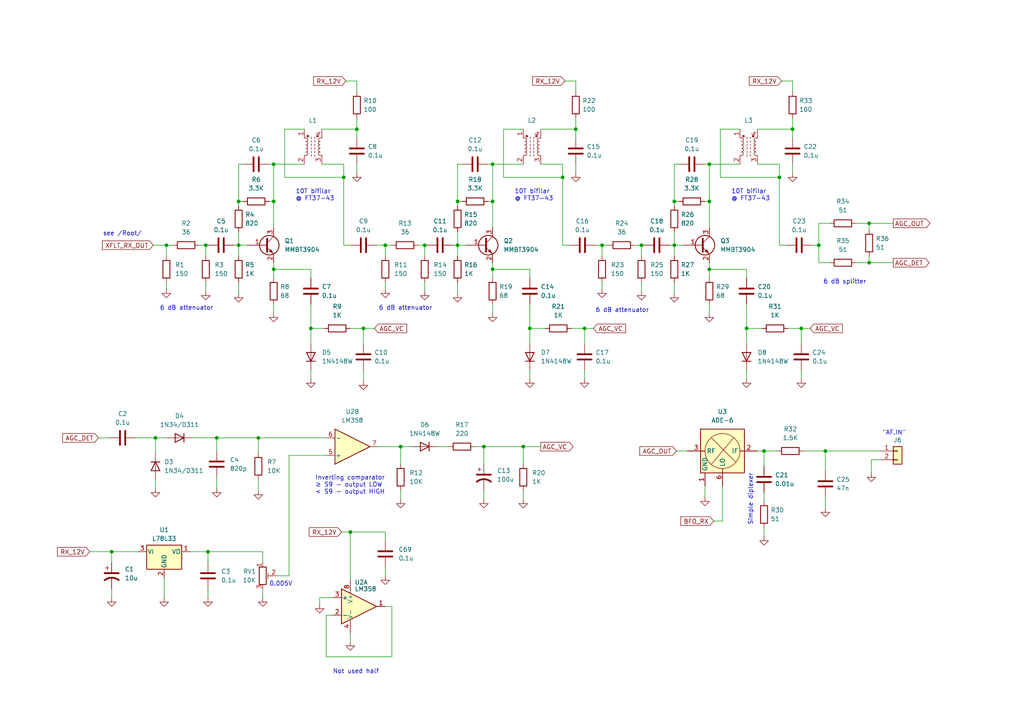
<source format=kicad_sch>
(kicad_sch (version 20230121) (generator eeschema)
  (paper "A4")
  (title_block (title "HBR/MK2 RXTX Board") (date "2024-02-03") (rev "1.0"))
  (lib_symbols
    (symbol "Amplifier_Operational:LM358" (pin_names (offset 0.127))
      (property "Reference" "U" (at 0 5.08 0))
      (property "Value" "LM358" (at 0 -5.08 0))
      (symbol "LM358_1_1"
        (pin output line (at 7.62 0 180) (length 2.54) (name "~") (number "1"))
        (pin input line (at -7.62 -2.54 0) (length 2.54) (name "-") (number "2"))
        (pin input line (at -7.62 2.54 0) (length 2.54) (name "+") (number "3"))
      )
      (symbol "LM358_2_1"
        (pin input line (at -7.62 2.54 0) (length 2.54) (name "+") (number "5"))
        (pin input line (at -7.62 -2.54 0) (length 2.54) (name "-") (number "6"))
        (pin output line (at 7.62 0 180) (length 2.54) (name "~") (number "7"))
      )
      (symbol "LM358_3_1"
        (pin power_in line (at -2.54 -7.62 90) (length 3.81) (name "V-") (number "4"))
        (pin power_in line (at -2.54 7.62 270) (length 3.81) (name "V+") (number "8"))
      )
    )
    (symbol "Connector_Generic:Conn_01x02" (pin_names (offset 1.016) hide)
      (property "Reference" "J" (at 0 2.54 0))
      (property "Value" "Conn_01x02" (at 0 -5.08 0))
      (symbol "Conn_01x02_1_1"
        (pin passive line (at -5.08 0 0) (length 3.81) (name "Pin_1") (number "1"))
        (pin passive line (at -5.08 -2.54 0) (length 3.81) (name "Pin_2") (number "2"))
      )
    )
    (symbol "Device:C" (pin_numbers hide) (pin_names (offset 0.254))
      (property "Reference" "C" (at 0.635 2.54 0))
      (property "Value" "C" (at 0.635 -2.54 0))
      (symbol "C_1_1"
        (pin passive line (at 0 3.81 270) (length 2.794) (name "~") (number "1"))
        (pin passive line (at 0 -3.81 90) (length 2.794) (name "~") (number "2"))
      )
    )
    (symbol "Device:C_Polarized_US" (pin_numbers hide) (pin_names (offset 0.254) hide)
      (property "Reference" "C" (at 0.635 2.54 0))
      (property "Value" "C_Polarized_US" (at 0.635 -2.54 0))
      (symbol "C_Polarized_US_1_1"
        (pin passive line (at 0 3.81 270) (length 2.794) (name "~") (number "1"))
        (pin passive line (at 0 -3.81 90) (length 3.302) (name "~") (number "2"))
      )
    )
    (symbol "Device:D" (pin_numbers hide) (pin_names (offset 1.016) hide)
      (property "Reference" "D" (at 0 2.54 0))
      (property "Value" "D" (at 0 -2.54 0))
      (symbol "D_1_1"
        (pin passive line (at -3.81 0 0) (length 2.54) (name "K") (number "1"))
        (pin passive line (at 3.81 0 180) (length 2.54) (name "A") (number "2"))
      )
    )
    (symbol "Device:L_Ferrite_Coupled_1243" (pin_names (offset 0.254) hide)
      (property "Reference" "L" (at 0 4.445 0))
      (property "Value" "L_Ferrite_Coupled_1243" (at 0 -4.445 0))
      (symbol "L_Ferrite_Coupled_1243_1_1"
        (pin passive line (at -5.08 2.54 0) (length 2.54) (name "1") (number "1"))
        (pin passive line (at 5.08 2.54 180) (length 2.54) (name "2") (number "2"))
        (pin passive line (at 5.08 -2.54 180) (length 2.54) (name "3") (number "3"))
        (pin passive line (at -5.08 -2.54 0) (length 2.54) (name "4") (number "4"))
      )
    )
    (symbol "Device:R" (pin_numbers hide) (pin_names (offset 0))
      (property "Reference" "R" (at 2.032 0 90))
      (property "Value" "R" (at 0 0 90))
      (symbol "R_1_1"
        (pin passive line (at 0 3.81 270) (length 1.27) (name "~") (number "1"))
        (pin passive line (at 0 -3.81 90) (length 1.27) (name "~") (number "2"))
      )
    )
    (symbol "Device:R_Potentiometer_Trim" (pin_names (offset 1.016) hide)
      (property "Reference" "RV" (at -4.445 0 90))
      (property "Value" "R_Potentiometer_Trim" (at -2.54 0 90))
      (symbol "R_Potentiometer_Trim_1_1"
        (pin passive line (at 0 3.81 270) (length 1.27) (name "1") (number "1"))
        (pin passive line (at 3.81 0 180) (length 1.27) (name "2") (number "2"))
        (pin passive line (at 0 -3.81 90) (length 1.27) (name "3") (number "3"))
      )
    )
    (symbol "Diode:1N4148W" (pin_numbers hide) (pin_names hide)
      (property "Reference" "D" (at 0 2.54 0))
      (property "Value" "1N4148W" (at 0 -2.54 0))
      (symbol "1N4148W_1_1"
        (pin passive line (at -3.81 0 0) (length 2.54) (name "K") (number "1"))
        (pin passive line (at 3.81 0 180) (length 2.54) (name "A") (number "2"))
      )
    )
    (symbol "RF_Mixer:ADE-6"
      (property "Reference" "U" (at -6.35 7.62 0))
      (property "Value" "ADE-6" (at 6.35 7.62 0))
      (symbol "ADE-6_1_1"
        (pin power_in line (at -5.08 -10.16 90) (length 3.81) (name "GND") (number "1"))
        (pin output line (at 10.16 0 180) (length 5.08) (name "IF") (number "2"))
        (pin input line (at -10.16 0 0) (length 5.08) (name "RF") (number "3"))
        (pin passive line (at -5.08 -10.16 90) (length 3.81) hide (name "GND") (number "4"))
        (pin passive line (at -5.08 -10.16 90) (length 3.81) hide (name "GND") (number "5"))
        (pin input line (at 0 -10.16 90) (length 5.08) (name "LO") (number "6"))
      )
    )
    (symbol "Regulator_Linear:L78L33_TO92" (pin_names (offset 0.254))
      (property "Reference" "U" (at -3.81 3.175 0))
      (property "Value" "L78L33_TO92" (at 0 3.175 0))
      (symbol "L78L33_TO92_1_1"
        (pin power_out line (at 7.62 0 180) (length 2.54) (name "VO") (number "1"))
        (pin power_in line (at 0 -7.62 90) (length 2.54) (name "GND") (number "2"))
        (pin power_in line (at -7.62 0 0) (length 2.54) (name "VI") (number "3"))
      )
    )
    (symbol "Transistor_BJT:MMBT3904" (pin_names (offset 0) hide)
      (property "Reference" "Q" (at 5.08 1.905 0))
      (property "Value" "MMBT3904" (at 5.08 0 0))
      (symbol "MMBT3904_1_1"
        (pin input line (at -5.08 0 0) (length 5.715) (name "B") (number "1"))
        (pin passive line (at 2.54 -5.08 90) (length 2.54) (name "E") (number "2"))
        (pin passive line (at 2.54 5.08 270) (length 2.54) (name "C") (number "3"))
      )
    )
    (symbol "power:GND" (power) (pin_names (offset 0))
      (property "Value" "GND" (at 0 -3.81 0))
      (symbol "GND_1_1"
        (pin power_in line (at 0 0 270) (length 0) hide (name "GND") (number "1"))
      )
    )
  )
  (junction (at 239.395 130.81))
  (junction (at 151.765 129.54))
  (junction (at 105.41 95.25))
  (junction (at 62.865 127))
  (junction (at 99.695 51.435))
  (junction (at 142.875 58.42))
  (junction (at 69.215 58.42))
  (junction (at 132.715 58.42))
  (junction (at 140.335 129.54))
  (junction (at 142.875 78.105))
  (junction (at 174.625 71.12))
  (junction (at 132.715 71.12))
  (junction (at 79.375 58.42))
  (junction (at 60.325 160.02))
  (junction (at 48.26 71.12))
  (junction (at 101.6 154.305))
  (junction (at 252.095 76.2))
  (junction (at 116.205 129.54))
  (junction (at 221.615 130.81))
  (junction (at 111.76 71.12))
  (junction (at 123.19 71.12))
  (junction (at 167.005 37.465))
  (junction (at 153.67 95.25))
  (junction (at 195.58 71.12))
  (junction (at 79.375 47.625))
  (junction (at 205.74 78.105))
  (junction (at 59.69 71.12))
  (junction (at 216.535 95.25))
  (junction (at 205.74 58.42))
  (junction (at 163.195 51.435))
  (junction (at 103.505 37.465))
  (junction (at 229.87 37.465))
  (junction (at 32.385 160.02))
  (junction (at 232.41 95.25))
  (junction (at 142.875 47.625))
  (junction (at 186.055 71.12))
  (junction (at 195.58 58.42))
  (junction (at 237.49 71.12))
  (junction (at 252.095 64.77))
  (junction (at 169.545 95.25))
  (junction (at 205.74 47.625))
  (junction (at 74.93 127))
  (junction (at 226.06 51.435))
  (junction (at 69.215 71.12))
  (junction (at 45.085 127))
  (junction (at 79.375 78.105))
  (junction (at 90.17 95.25))
  (wire (pts (xy 80.01 167.005) (xy 83.82 167.005)))
  (wire (pts (xy 156.845 37.465) (xy 167.005 37.465)))
  (wire (pts (xy 74.93 139.065) (xy 74.93 142.24)))
  (wire (pts (xy 169.545 99.695) (xy 169.545 95.25)))
  (wire (pts (xy 131.445 71.12) (xy 132.715 71.12)))
  (wire (pts (xy 32.385 160.02) (xy 40.005 160.02)))
  (wire (pts (xy 204.47 58.42) (xy 205.74 58.42)))
  (wire (pts (xy 153.67 95.25) (xy 158.115 95.25)))
  (wire (pts (xy 121.285 71.12) (xy 123.19 71.12)))
  (wire (pts (xy 103.505 34.29) (xy 103.505 37.465)))
  (wire (pts (xy 237.49 71.12) (xy 237.49 64.77)))
  (wire (pts (xy 221.615 130.81) (xy 221.615 135.255)))
  (wire (pts (xy 116.205 142.24) (xy 116.205 144.78)))
  (wire (pts (xy 146.05 51.435) (xy 163.195 51.435)))
  (wire (pts (xy 156.845 47.625) (xy 163.195 47.625)))
  (wire (pts (xy 229.87 34.29) (xy 229.87 37.465)))
  (wire (pts (xy 184.15 71.12) (xy 186.055 71.12)))
  (wire (pts (xy 163.195 71.12) (xy 165.1 71.12)))
  (wire (pts (xy 221.615 153.035) (xy 221.615 155.575)))
  (wire (pts (xy 142.875 78.105) (xy 153.67 78.105)))
  (wire (pts (xy 109.22 71.12) (xy 111.76 71.12)))
  (wire (pts (xy 163.83 23.495) (xy 167.005 23.495)))
  (wire (pts (xy 92.71 175.26) (xy 92.71 173.355)))
  (wire (pts (xy 69.215 58.42) (xy 69.215 47.625)))
  (wire (pts (xy 96.52 178.435) (xy 94.615 178.435)))
  (wire (pts (xy 219.71 47.625) (xy 226.06 47.625)))
  (wire (pts (xy 216.535 88.265) (xy 216.535 95.25)))
  (wire (pts (xy 111.76 81.915) (xy 111.76 83.82)))
  (wire (pts (xy 216.535 95.25) (xy 220.98 95.25)))
  (wire (pts (xy 142.875 78.105) (xy 142.875 80.645)))
  (wire (pts (xy 76.2 170.815) (xy 76.2 173.355)))
  (wire (pts (xy 207.01 151.13) (xy 209.55 151.13)))
  (wire (pts (xy 233.045 130.81) (xy 239.395 130.81)))
  (wire (pts (xy 132.715 71.12) (xy 135.255 71.12)))
  (wire (pts (xy 82.55 51.435) (xy 99.695 51.435)))
  (wire (pts (xy 195.58 81.915) (xy 195.58 85.09)))
  (wire (pts (xy 151.765 129.54) (xy 151.765 134.62)))
  (wire (pts (xy 69.215 58.42) (xy 69.215 59.69)))
  (wire (pts (xy 48.26 71.12) (xy 48.26 74.295)))
  (wire (pts (xy 142.875 58.42) (xy 142.875 66.04)))
  (wire (pts (xy 228.6 95.25) (xy 232.41 95.25)))
  (wire (pts (xy 142.875 88.265) (xy 142.875 90.805)))
  (wire (pts (xy 28.575 127) (xy 31.75 127)))
  (wire (pts (xy 205.74 58.42) (xy 205.74 66.04)))
  (wire (pts (xy 92.71 173.355) (xy 96.52 173.355)))
  (wire (pts (xy 133.985 58.42) (xy 132.715 58.42)))
  (wire (pts (xy 141.605 58.42) (xy 142.875 58.42)))
  (wire (pts (xy 69.215 81.915) (xy 69.215 85.09)))
  (wire (pts (xy 163.195 51.435) (xy 163.195 71.12)))
  (wire (pts (xy 248.285 76.2) (xy 252.095 76.2)))
  (wire (pts (xy 60.325 160.02) (xy 60.325 163.195)))
  (wire (pts (xy 221.615 142.875) (xy 221.615 145.415)))
  (wire (pts (xy 79.375 78.105) (xy 79.375 80.645)))
  (wire (pts (xy 99.695 71.12) (xy 101.6 71.12)))
  (wire (pts (xy 195.58 58.42) (xy 195.58 47.625)))
  (wire (pts (xy 101.6 154.305) (xy 101.6 168.275)))
  (wire (pts (xy 205.74 88.265) (xy 205.74 90.805)))
  (wire (pts (xy 123.19 81.915) (xy 123.19 84.455)))
  (wire (pts (xy 219.71 37.465) (xy 229.87 37.465)))
  (wire (pts (xy 111.76 154.305) (xy 101.6 154.305)))
  (wire (pts (xy 196.85 58.42) (xy 195.58 58.42)))
  (wire (pts (xy 232.41 107.315) (xy 232.41 109.855)))
  (wire (pts (xy 132.715 58.42) (xy 132.715 59.69)))
  (wire (pts (xy 151.765 129.54) (xy 156.845 129.54)))
  (wire (pts (xy 216.535 95.25) (xy 216.535 99.695)))
  (wire (pts (xy 79.375 78.105) (xy 90.17 78.105)))
  (wire (pts (xy 208.915 37.465) (xy 214.63 37.465)))
  (wire (pts (xy 195.58 58.42) (xy 195.58 59.69)))
  (wire (pts (xy 90.17 78.105) (xy 90.17 80.645)))
  (wire (pts (xy 105.41 95.25) (xy 108.585 95.25)))
  (wire (pts (xy 109.855 129.54) (xy 116.205 129.54)))
  (wire (pts (xy 113.665 175.895) (xy 111.76 175.895)))
  (wire (pts (xy 252.73 133.35) (xy 255.27 133.35)))
  (wire (pts (xy 174.625 81.915) (xy 174.625 83.82)))
  (wire (pts (xy 111.76 156.845) (xy 111.76 154.305)))
  (wire (pts (xy 60.325 170.815) (xy 60.325 173.355)))
  (wire (pts (xy 79.375 58.42) (xy 79.375 66.04)))
  (wire (pts (xy 146.05 37.465) (xy 151.765 37.465)))
  (wire (pts (xy 45.085 127) (xy 48.26 127)))
  (wire (pts (xy 226.06 51.435) (xy 226.06 71.12)))
  (wire (pts (xy 132.715 67.31) (xy 132.715 71.12)))
  (wire (pts (xy 216.535 107.315) (xy 216.535 109.855)))
  (wire (pts (xy 67.945 71.12) (xy 69.215 71.12)))
  (wire (pts (xy 195.58 67.31) (xy 195.58 71.12)))
  (wire (pts (xy 205.74 78.105) (xy 205.74 80.645)))
  (wire (pts (xy 103.505 37.465) (xy 103.505 40.005)))
  (wire (pts (xy 45.085 139.065) (xy 45.085 141.605)))
  (wire (pts (xy 229.87 23.495) (xy 229.87 26.67)))
  (wire (pts (xy 142.875 47.625) (xy 151.765 47.625)))
  (wire (pts (xy 167.005 34.29) (xy 167.005 37.465)))
  (wire (pts (xy 141.605 47.625) (xy 142.875 47.625)))
  (wire (pts (xy 105.41 99.695) (xy 105.41 95.25)))
  (wire (pts (xy 69.215 71.12) (xy 69.215 74.295)))
  (wire (pts (xy 76.2 160.02) (xy 60.325 160.02)))
  (wire (pts (xy 142.875 76.2) (xy 142.875 78.105)))
  (wire (pts (xy 101.6 183.515) (xy 101.6 186.055)))
  (wire (pts (xy 195.58 71.12) (xy 195.58 74.295)))
  (wire (pts (xy 186.055 71.12) (xy 186.055 74.295)))
  (wire (pts (xy 78.105 47.625) (xy 79.375 47.625)))
  (wire (pts (xy 219.71 130.81) (xy 221.615 130.81)))
  (wire (pts (xy 153.67 95.25) (xy 153.67 99.695)))
  (wire (pts (xy 205.74 58.42) (xy 205.74 47.625)))
  (wire (pts (xy 48.26 71.12) (xy 50.165 71.12)))
  (wire (pts (xy 252.095 76.2) (xy 252.095 74.295)))
  (wire (pts (xy 69.215 67.31) (xy 69.215 71.12)))
  (wire (pts (xy 194.31 71.12) (xy 195.58 71.12)))
  (wire (pts (xy 74.93 127) (xy 94.615 127)))
  (wire (pts (xy 140.335 129.54) (xy 151.765 129.54)))
  (wire (pts (xy 165.735 95.25) (xy 169.545 95.25)))
  (wire (pts (xy 116.205 129.54) (xy 116.205 134.62)))
  (wire (pts (xy 123.19 71.12) (xy 123.825 71.12)))
  (wire (pts (xy 195.58 71.12) (xy 198.12 71.12)))
  (wire (pts (xy 140.335 129.54) (xy 140.335 134.62)))
  (wire (pts (xy 209.55 151.13) (xy 209.55 140.97)))
  (wire (pts (xy 196.215 130.81) (xy 199.39 130.81)))
  (wire (pts (xy 142.875 58.42) (xy 142.875 47.625)))
  (wire (pts (xy 69.215 47.625) (xy 70.485 47.625)))
  (wire (pts (xy 132.715 58.42) (xy 132.715 47.625)))
  (wire (pts (xy 132.715 47.625) (xy 133.985 47.625)))
  (wire (pts (xy 79.375 47.625) (xy 88.265 47.625)))
  (wire (pts (xy 79.375 58.42) (xy 79.375 47.625)))
  (wire (pts (xy 151.765 142.24) (xy 151.765 144.78)))
  (wire (pts (xy 169.545 107.315) (xy 169.545 109.855)))
  (wire (pts (xy 57.785 71.12) (xy 59.69 71.12)))
  (wire (pts (xy 83.82 132.08) (xy 94.615 132.08)))
  (wire (pts (xy 237.49 64.77) (xy 240.665 64.77)))
  (wire (pts (xy 59.69 81.915) (xy 59.69 84.455)))
  (wire (pts (xy 239.395 130.81) (xy 255.27 130.81)))
  (wire (pts (xy 204.47 47.625) (xy 205.74 47.625)))
  (wire (pts (xy 174.625 71.12) (xy 174.625 74.295)))
  (wire (pts (xy 32.385 160.02) (xy 32.385 163.195)))
  (wire (pts (xy 103.505 23.495) (xy 103.505 26.67)))
  (wire (pts (xy 79.375 88.265) (xy 79.375 90.805)))
  (wire (pts (xy 186.055 81.915) (xy 186.055 84.455)))
  (wire (pts (xy 93.345 37.465) (xy 103.505 37.465)))
  (wire (pts (xy 90.17 88.265) (xy 90.17 95.25)))
  (wire (pts (xy 99.695 47.625) (xy 99.695 51.435)))
  (wire (pts (xy 153.67 107.315) (xy 153.67 109.855)))
  (wire (pts (xy 62.865 127) (xy 62.865 130.81)))
  (wire (pts (xy 221.615 130.81) (xy 225.425 130.81)))
  (wire (pts (xy 83.82 167.005) (xy 83.82 132.08)))
  (wire (pts (xy 101.6 95.25) (xy 105.41 95.25)))
  (wire (pts (xy 111.76 71.12) (xy 111.76 74.295)))
  (wire (pts (xy 163.195 47.625) (xy 163.195 51.435)))
  (wire (pts (xy 153.67 88.265) (xy 153.67 95.25)))
  (wire (pts (xy 167.005 37.465) (xy 167.005 40.005)))
  (wire (pts (xy 32.385 170.815) (xy 32.385 173.355)))
  (wire (pts (xy 186.055 71.12) (xy 186.69 71.12)))
  (wire (pts (xy 100.33 23.495) (xy 103.505 23.495)))
  (wire (pts (xy 76.2 163.195) (xy 76.2 160.02)))
  (wire (pts (xy 226.06 47.625) (xy 226.06 51.435)))
  (wire (pts (xy 232.41 95.25) (xy 234.95 95.25)))
  (wire (pts (xy 237.49 76.2) (xy 240.665 76.2)))
  (wire (pts (xy 55.245 160.02) (xy 60.325 160.02)))
  (wire (pts (xy 232.41 99.695) (xy 232.41 95.25)))
  (wire (pts (xy 105.41 107.315) (xy 105.41 110.49)))
  (wire (pts (xy 235.585 71.12) (xy 237.49 71.12)))
  (wire (pts (xy 79.375 76.2) (xy 79.375 78.105)))
  (wire (pts (xy 239.395 136.525) (xy 239.395 130.81)))
  (wire (pts (xy 39.37 127) (xy 45.085 127)))
  (wire (pts (xy 99.06 154.305) (xy 101.6 154.305)))
  (wire (pts (xy 208.915 51.435) (xy 226.06 51.435)))
  (wire (pts (xy 116.205 129.54) (xy 119.38 129.54)))
  (wire (pts (xy 132.715 71.12) (xy 132.715 74.295)))
  (wire (pts (xy 216.535 78.105) (xy 216.535 80.645)))
  (wire (pts (xy 237.49 71.12) (xy 237.49 76.2)))
  (wire (pts (xy 113.665 190.5) (xy 113.665 175.895)))
  (wire (pts (xy 62.865 138.43) (xy 62.865 141.605)))
  (wire (pts (xy 153.67 78.105) (xy 153.67 80.645)))
  (wire (pts (xy 74.93 127) (xy 74.93 131.445)))
  (wire (pts (xy 47.625 167.64) (xy 47.625 173.355)))
  (wire (pts (xy 127 129.54) (xy 130.175 129.54)))
  (wire (pts (xy 205.74 47.625) (xy 214.63 47.625)))
  (wire (pts (xy 55.88 127) (xy 62.865 127)))
  (wire (pts (xy 94.615 190.5) (xy 113.665 190.5)))
  (wire (pts (xy 205.74 76.2) (xy 205.74 78.105)))
  (wire (pts (xy 137.795 129.54) (xy 140.335 129.54)))
  (wire (pts (xy 252.095 64.77) (xy 259.08 64.77)))
  (wire (pts (xy 78.105 58.42) (xy 79.375 58.42)))
  (wire (pts (xy 90.17 107.315) (xy 90.17 109.855)))
  (wire (pts (xy 123.19 71.12) (xy 123.19 74.295)))
  (wire (pts (xy 226.695 23.495) (xy 229.87 23.495)))
  (wire (pts (xy 69.215 71.12) (xy 71.755 71.12)))
  (wire (pts (xy 229.87 47.625) (xy 229.87 50.165)))
  (wire (pts (xy 94.615 178.435) (xy 94.615 190.5)))
  (wire (pts (xy 45.085 127) (xy 45.085 131.445)))
  (wire (pts (xy 172.72 71.12) (xy 174.625 71.12)))
  (wire (pts (xy 226.06 71.12) (xy 227.965 71.12)))
  (wire (pts (xy 146.05 37.465) (xy 146.05 51.435)))
  (wire (pts (xy 90.17 95.25) (xy 90.17 99.695)))
  (wire (pts (xy 248.285 64.77) (xy 252.095 64.77)))
  (wire (pts (xy 82.55 37.465) (xy 82.55 51.435)))
  (wire (pts (xy 111.76 164.465) (xy 111.76 167.005)))
  (wire (pts (xy 167.005 47.625) (xy 167.005 50.165)))
  (wire (pts (xy 195.58 47.625) (xy 196.85 47.625)))
  (wire (pts (xy 44.45 71.12) (xy 48.26 71.12)))
  (wire (pts (xy 169.545 95.25) (xy 172.085 95.25)))
  (wire (pts (xy 174.625 71.12) (xy 176.53 71.12)))
  (wire (pts (xy 48.26 81.915) (xy 48.26 83.82)))
  (wire (pts (xy 103.505 47.625) (xy 103.505 50.165)))
  (wire (pts (xy 204.47 140.97) (xy 204.47 144.145)))
  (wire (pts (xy 111.76 71.12) (xy 113.665 71.12)))
  (wire (pts (xy 132.715 81.915) (xy 132.715 85.09)))
  (wire (pts (xy 70.485 58.42) (xy 69.215 58.42)))
  (wire (pts (xy 99.695 51.435) (xy 99.695 71.12)))
  (wire (pts (xy 59.69 71.12) (xy 59.69 74.295)))
  (wire (pts (xy 140.335 142.24) (xy 140.335 144.78)))
  (wire (pts (xy 62.865 127) (xy 74.93 127)))
  (wire (pts (xy 26.035 160.02) (xy 32.385 160.02)))
  (wire (pts (xy 167.005 23.495) (xy 167.005 26.67)))
  (wire (pts (xy 90.17 95.25) (xy 93.98 95.25)))
  (wire (pts (xy 205.74 78.105) (xy 216.535 78.105)))
  (wire (pts (xy 229.87 37.465) (xy 229.87 40.005)))
  (wire (pts (xy 208.915 37.465) (xy 208.915 51.435)))
  (wire (pts (xy 252.095 64.77) (xy 252.095 66.675)))
  (wire (pts (xy 93.345 47.625) (xy 99.695 47.625)))
  (wire (pts (xy 59.69 71.12) (xy 60.325 71.12)))
  (wire (pts (xy 252.095 76.2) (xy 259.08 76.2)))
  (wire (pts (xy 239.395 144.145) (xy 239.395 147.32)))
  (wire (pts (xy 252.73 137.16) (xy 252.73 133.35)))
  (wire (pts (xy 82.55 37.465) (xy 88.265 37.465)))
  (text "Inverting comparator\n≥ S9 - output LOW\n< S9 - output HIGH" (at 91.44 143.51 0) (effects (font (size 1.27 1.27)) (justify left bottom)))
  (text "6 dB attenuator" (at 109.855 90.17 0) (effects (font (size 1.27 1.27)) (justify left bottom)))
  (text "0.005V" (at 78.105 170.18 0) (effects (font (size 1.27 1.27)) (justify left bottom)))
  (text "6 dB attenuator" (at 172.72 90.805 0) (effects (font (size 1.27 1.27)) (justify left bottom)))
  (text "6 dB attenuator" (at 46.355 90.17 0) (effects (font (size 1.27 1.27)) (justify left bottom)))
  (text "see /Root/" (at 29.845 68.58 0) (effects (font (size 1.27 1.27)) (justify left bottom)))
  (text "6 dB splitter" (at 238.76 82.55 0) (effects (font (size 1.27 1.27)) (justify left bottom)))
  (text "Simple diplexer" (at 218.44 152.4 90) (effects (font (size 1.27 1.27)) (justify left bottom)))
  (text "10T bifilar\n@ FT37-43" (at 212.09 58.42 0) (effects (font (size 1.27 1.27)) (justify left bottom)))
  (text "Not used half" (at 96.52 195.58 0) (effects (font (size 1.27 1.27)) (justify left bottom)))
  (text "10T bifilar\n@ FT37-43" (at 149.225 58.42 0) (effects (font (size 1.27 1.27)) (justify left bottom)))
  (text "\"AF.IN\"" (at 255.905 126.365 0) (effects (font (size 1.27 1.27)) (justify left bottom)))
  (text "10T bifilar\n@ FT37-43" (at 85.725 58.42 0) (effects (font (size 1.27 1.27)) (justify left bottom)))
  (global_label "RX_12V" (shape input) (at 26.035 160.02 180) (property "Intersheetrefs" "${INTERSHEET_REFS}" (effects hide)))
  (global_label "AGC_DET" (shape output) (at 259.08 76.2 0) (property "Intersheetrefs" "${INTERSHEET_REFS}" (effects hide)))
  (global_label "AGC_DET" (shape input) (at 28.575 127 180) (property "Intersheetrefs" "${INTERSHEET_REFS}" (effects hide)))
  (global_label "XFLT_RX_OUT" (shape input) (at 44.45 71.12 180) (property "Intersheetrefs" "${INTERSHEET_REFS}" (effects hide)))
  (global_label "BFO_RX" (shape input) (at 207.01 151.13 180) (property "Intersheetrefs" "${INTERSHEET_REFS}" (effects hide)))
  (global_label "AGC_VC" (shape input) (at 172.085 95.25 0) (property "Intersheetrefs" "${INTERSHEET_REFS}" (effects hide)))
  (global_label "AGC_VC" (shape output) (at 156.845 129.54 0) (property "Intersheetrefs" "${INTERSHEET_REFS}" (effects hide)))
  (global_label "AGC_VC" (shape input) (at 234.95 95.25 0) (property "Intersheetrefs" "${INTERSHEET_REFS}" (effects hide)))
  (global_label "RX_12V" (shape input) (at 163.83 23.495 180) (property "Intersheetrefs" "${INTERSHEET_REFS}" (effects hide)))
  (global_label "AGC_OUT" (shape output) (at 259.08 64.77 0) (property "Intersheetrefs" "${INTERSHEET_REFS}" (effects hide)))
  (global_label "RX_12V" (shape input) (at 226.695 23.495 180) (property "Intersheetrefs" "${INTERSHEET_REFS}" (effects hide)))
  (global_label "AGC_OUT" (shape input) (at 196.215 130.81 180) (property "Intersheetrefs" "${INTERSHEET_REFS}" (effects hide)))
  (global_label "AGC_VC" (shape input) (at 108.585 95.25 0) (property "Intersheetrefs" "${INTERSHEET_REFS}" (effects hide)))
  (global_label "RX_12V" (shape input) (at 99.06 154.305 180) (property "Intersheetrefs" "${INTERSHEET_REFS}" (effects hide)))
  (global_label "RX_12V" (shape input) (at 100.33 23.495 180) (property "Intersheetrefs" "${INTERSHEET_REFS}" (effects hide)))
  (symbol (lib_id "power:GND") (at 204.47 144.145 0) (unit 1)
    (property "Reference" "#PWR038" (effects hide))
    (property "Value" "GND" (effects hide))
  )
  (symbol (lib_id "power:GND") (at 169.545 109.855 0) (unit 1)
    (property "Reference" "#PWR034" (effects hide))
    (property "Value" "GND" (effects hide))
  )
  (symbol (lib_id "Device:C_Polarized_US") (at 140.335 138.43 0) (unit 1)
    (property "Reference" "C13" (at 144.145 136.525 0) (effects (justify left)))
    (property "Value" "100u" (at 144.145 139.065 0) (effects (justify left)))
    (property "Footprint" "Capacitor_SMD:CP_Elec_6.3x7.7" (effects hide))
  )
  (symbol (lib_id "Device:R") (at 74.295 58.42 90) (unit 1)
    (property "Reference" "R6" (at 74.295 52.07 90))
    (property "Value" "3.3K" (at 74.295 54.61 90))
    (property "Footprint" "Resistor_SMD:R_0805_2012Metric_Pad1.20x1.40mm_HandSolder" (effects hide))
  )
  (symbol (lib_id "Device:C") (at 62.865 134.62 180) (unit 1)
    (property "Reference" "C4" (at 66.675 133.35 0) (effects (justify right)))
    (property "Value" "820p" (at 66.675 135.89 0) (effects (justify right)))
    (property "Footprint" "Capacitor_SMD:C_0805_2012Metric_Pad1.18x1.45mm_HandSolder" (effects hide))
  )
  (symbol (lib_id "Device:R") (at 59.69 78.105 0) (unit 1)
    (property "Reference" "R3" (at 62.23 76.835 0) (effects (justify left)))
    (property "Value" "150" (at 62.23 79.375 0) (effects (justify left)))
    (property "Footprint" "Resistor_SMD:R_0805_2012Metric_Pad1.20x1.40mm_HandSolder" (effects hide))
  )
  (symbol (lib_id "power:GND") (at 221.615 155.575 0) (unit 1)
    (property "Reference" "#PWR041" (effects hide))
    (property "Value" "GND" (effects hide))
  )
  (symbol (lib_id "Device:R") (at 244.475 76.2 90) (unit 1)
    (property "Reference" "R35" (at 244.475 69.85 90))
    (property "Value" "51" (at 244.475 72.39 90))
    (property "Footprint" "Resistor_SMD:R_0805_2012Metric_Pad1.20x1.40mm_HandSolder" (effects hide))
  )
  (symbol (lib_id "power:GND") (at 132.715 85.09 0) (unit 1)
    (property "Reference" "#PWR028" (effects hide))
    (property "Value" "GND" (effects hide))
  )
  (symbol (lib_id "Device:C") (at 216.535 84.455 180) (unit 1)
    (property "Reference" "C20" (at 219.71 83.185 0) (effects (justify right)))
    (property "Value" "0.1u" (at 219.71 85.725 0) (effects (justify right)))
    (property "Footprint" "Capacitor_SMD:C_0805_2012Metric_Pad1.18x1.45mm_HandSolder" (effects hide))
  )
  (symbol (lib_id "Device:R") (at 161.925 95.25 90) (unit 1)
    (property "Reference" "R21" (at 161.925 88.9 90))
    (property "Value" "1K" (at 161.925 91.44 90))
    (property "Footprint" "Resistor_SMD:R_0805_2012Metric_Pad1.20x1.40mm_HandSolder" (effects hide))
  )
  (symbol (lib_id "Device:R") (at 132.715 78.105 0) (unit 1)
    (property "Reference" "R16" (at 134.62 76.835 0) (effects (justify left)))
    (property "Value" "1K" (at 134.62 79.375 0) (effects (justify left)))
    (property "Footprint" "Resistor_SMD:R_0805_2012Metric_Pad1.20x1.40mm_HandSolder" (effects hide))
  )
  (symbol (lib_id "Device:R") (at 137.795 58.42 90) (unit 1)
    (property "Reference" "R18" (at 137.795 52.07 90))
    (property "Value" "3.3K" (at 137.795 54.61 90))
    (property "Footprint" "Resistor_SMD:R_0805_2012Metric_Pad1.20x1.40mm_HandSolder" (effects hide))
  )
  (symbol (lib_id "Device:R") (at 186.055 78.105 0) (unit 1)
    (property "Reference" "R25" (at 188.595 76.835 0) (effects (justify left)))
    (property "Value" "150" (at 188.595 79.375 0) (effects (justify left)))
    (property "Footprint" "Resistor_SMD:R_0805_2012Metric_Pad1.20x1.40mm_HandSolder" (effects hide))
  )
  (symbol (lib_id "Diode:1N4148W") (at 90.17 103.505 90) (unit 1)
    (property "Reference" "D5" (at 93.345 102.235 90) (effects (justify right)))
    (property "Value" "1N4148W" (at 93.345 104.775 90) (effects (justify right)))
    (property "Footprint" "Diode_SMD:D_SOD-123" (effects hide))
    (property "Datasheet" "https://www.vishay.com/docs/85748/1n4148w.pdf" (effects hide))
    (property "Sim.Device" "D" (effects hide))
    (property "Sim.Pins" "1=K 2=A" (effects hide))
  )
  (symbol (lib_id "Device:R") (at 229.87 30.48 0) (unit 1)
    (property "Reference" "R33" (at 231.775 29.21 0) (effects (justify left)))
    (property "Value" "100" (at 231.775 31.75 0) (effects (justify left)))
    (property "Footprint" "Resistor_SMD:R_0805_2012Metric_Pad1.20x1.40mm_HandSolder" (effects hide))
  )
  (symbol (lib_id "Diode:1N4148W") (at 123.19 129.54 180) (unit 1)
    (property "Reference" "D6" (at 123.19 123.19 0))
    (property "Value" "1N4148W" (at 123.19 125.73 0))
    (property "Footprint" "Diode_SMD:D_SOD-123" (effects hide))
    (property "Datasheet" "https://www.vishay.com/docs/85748/1n4148w.pdf" (effects hide))
    (property "Sim.Device" "D" (effects hide))
    (property "Sim.Pins" "1=K 2=A" (effects hide))
  )
  (symbol (lib_id "power:GND") (at 48.26 83.82 0) (unit 1)
    (property "Reference" "#PWR012" (effects hide))
    (property "Value" "GND" (effects hide))
  )
  (symbol (lib_id "Diode:1N4148W") (at 216.535 103.505 90) (unit 1)
    (property "Reference" "D8" (at 219.71 102.235 90) (effects (justify right)))
    (property "Value" "1N4148W" (at 219.71 104.775 90) (effects (justify right)))
    (property "Footprint" "Diode_SMD:D_SOD-123" (effects hide))
    (property "Datasheet" "https://www.vishay.com/docs/85748/1n4148w.pdf" (effects hide))
    (property "Sim.Device" "D" (effects hide))
    (property "Sim.Pins" "1=K 2=A" (effects hide))
  )
  (symbol (lib_id "Device:R") (at 69.215 78.105 0) (unit 1)
    (property "Reference" "R5" (at 71.12 76.835 0) (effects (justify left)))
    (property "Value" "1K" (at 71.12 79.375 0) (effects (justify left)))
    (property "Footprint" "Resistor_SMD:R_0805_2012Metric_Pad1.20x1.40mm_HandSolder" (effects hide))
  )
  (symbol (lib_id "power:GND") (at 116.205 144.78 0) (unit 1)
    (property "Reference" "#PWR026" (effects hide))
    (property "Value" "GND" (effects hide))
  )
  (symbol (lib_id "power:GND") (at 105.41 110.49 0) (unit 1)
    (property "Reference" "#PWR024" (effects hide))
    (property "Value" "GND" (effects hide))
  )
  (symbol (lib_id "Device:C") (at 105.41 103.505 180) (unit 1)
    (property "Reference" "C10" (at 108.585 102.235 0) (effects (justify right)))
    (property "Value" "0.1u" (at 108.585 104.775 0) (effects (justify right)))
    (property "Footprint" "Capacitor_SMD:C_0805_2012Metric_Pad1.18x1.45mm_HandSolder" (effects hide))
  )
  (symbol (lib_id "power:GND") (at 186.055 84.455 0) (unit 1)
    (property "Reference" "#PWR036" (effects hide))
    (property "Value" "GND" (effects hide))
  )
  (symbol (lib_id "power:GND") (at 32.385 173.355 0) (unit 1)
    (property "Reference" "#PWR09" (effects hide))
    (property "Value" "GND" (effects hide))
  )
  (symbol (lib_id "power:GND") (at 69.215 85.09 0) (unit 1)
    (property "Reference" "#PWR016" (effects hide))
    (property "Value" "GND" (effects hide))
  )
  (symbol (lib_id "Device:R") (at 133.985 129.54 90) (unit 1)
    (property "Reference" "R17" (at 133.985 123.19 90))
    (property "Value" "220" (at 133.985 125.73 90))
    (property "Footprint" "Resistor_SMD:R_0805_2012Metric_Pad1.20x1.40mm_HandSolder" (effects hide))
  )
  (symbol (lib_id "Device:C") (at 127.635 71.12 90) (unit 1)
    (property "Reference" "C11" (at 127.635 64.135 90))
    (property "Value" "0.1u" (at 127.635 66.675 90))
    (property "Footprint" "Capacitor_SMD:C_0805_2012Metric_Pad1.18x1.45mm_HandSolder" (effects hide))
  )
  (symbol (lib_id "power:GND") (at 232.41 109.855 0) (unit 1)
    (property "Reference" "#PWR043" (effects hide))
    (property "Value" "GND" (effects hide))
  )
  (symbol (lib_id "Device:C") (at 111.76 160.655 180) (unit 1)
    (property "Reference" "C69" (at 115.57 159.385 0) (effects (justify right)))
    (property "Value" "0.1u" (at 115.57 161.925 0) (effects (justify right)))
    (property "Footprint" "Capacitor_SMD:C_0805_2012Metric_Pad1.18x1.45mm_HandSolder" (effects hide))
  )
  (symbol (lib_id "power:GND") (at 62.865 141.605 0) (unit 1)
    (property "Reference" "#PWR015" (effects hide))
    (property "Value" "GND" (effects hide))
  )
  (symbol (lib_id "Device:C_Polarized_US") (at 32.385 167.005 0) (unit 1)
    (property "Reference" "C1" (at 36.195 165.1 0) (effects (justify left)))
    (property "Value" "10u" (at 36.195 167.64 0) (effects (justify left)))
    (property "Footprint" "Capacitor_SMD:CP_Elec_4x5.4" (effects hide))
  )
  (symbol (lib_id "Connector_Generic:Conn_01x02") (at 260.35 130.81 0) (unit 1) (in_bom no)
    (property "Reference" "J6" (at 260.35 127.635 0))
    (property "Value" "Conn_01x02" (effects hide))
    (property "Footprint" "Connector_PinHeader_2.54mm:PinHeader_1x02_P2.54mm_Vertical" (effects hide))
  )
  (symbol (lib_id "Device:C") (at 232.41 103.505 180) (unit 1)
    (property "Reference" "C24" (at 235.585 102.235 0) (effects (justify right)))
    (property "Value" "0.1u" (at 235.585 104.775 0) (effects (justify right)))
    (property "Footprint" "Capacitor_SMD:C_0805_2012Metric_Pad1.18x1.45mm_HandSolder" (effects hide))
  )
  (symbol (lib_id "Device:R") (at 151.765 138.43 0) (unit 1)
    (property "Reference" "R20" (at 154.305 137.16 0) (effects (justify left)))
    (property "Value" "1K" (at 154.305 139.7 0) (effects (justify left)))
    (property "Footprint" "Resistor_SMD:R_0805_2012Metric_Pad1.20x1.40mm_HandSolder" (effects hide))
  )
  (symbol (lib_id "Device:D") (at 45.085 135.255 270) (unit 1)
    (property "Reference" "D3" (at 47.625 133.985 90) (effects (justify left)))
    (property "Value" "1N34/D311" (at 47.625 136.525 90) (effects (justify left)))
    (property "Footprint" "Diode_THT:D_DO-34_SOD68_P2.54mm_Vertical_AnodeUp" (effects hide))
    (property "Sim.Device" "D" (effects hide))
    (property "Sim.Pins" "1=K 2=A" (effects hide))
  )
  (symbol (lib_id "Amplifier_Operational:LM358") (at 104.14 175.895 0) (unit 3)
    (property "Reference" "U2" (effects hide))
    (property "Value" "LM358" (effects hide))
    (property "Footprint" "Package_SO:SOIC-8_5.23x5.23mm_P1.27mm" (effects hide))
  )
  (symbol (lib_id "Device:C") (at 239.395 140.335 180) (unit 1)
    (property "Reference" "C25" (at 242.57 139.065 0) (effects (justify right)))
    (property "Value" "47n" (at 242.57 141.605 0) (effects (justify right)))
    (property "Footprint" "Capacitor_SMD:C_0805_2012Metric_Pad1.18x1.45mm_HandSolder" (effects hide))
  )
  (symbol (lib_id "Device:C") (at 231.775 71.12 90) (unit 1)
    (property "Reference" "C23" (at 231.775 64.135 90))
    (property "Value" "0.1u" (at 231.775 66.675 90))
    (property "Footprint" "Capacitor_SMD:C_0805_2012Metric_Pad1.18x1.45mm_HandSolder" (effects hide))
  )
  (symbol (lib_id "power:GND") (at 111.76 167.005 0) (unit 1)
    (property "Reference" "#PWR0118" (effects hide))
    (property "Value" "GND" (effects hide))
  )
  (symbol (lib_id "Device:C") (at 229.87 43.815 180) (unit 1)
    (property "Reference" "C22" (at 233.045 42.545 0) (effects (justify right)))
    (property "Value" "0.1u" (at 233.045 45.085 0) (effects (justify right)))
    (property "Footprint" "Capacitor_SMD:C_0805_2012Metric_Pad1.18x1.45mm_HandSolder" (effects hide))
  )
  (symbol (lib_id "power:GND") (at 79.375 90.805 0) (unit 1)
    (property "Reference" "#PWR019" (effects hide))
    (property "Value" "GND" (effects hide))
  )
  (symbol (lib_id "RF_Mixer:ADE-6") (at 209.55 130.81 0) (unit 1)
    (property "Reference" "U3" (at 209.55 119.38 0))
    (property "Value" "ADE-6" (at 209.55 121.92 0))
    (property "Footprint" "RF_Mini-Circuits:Mini-Circuits_CD542_LandPatternPL-052" (effects hide))
  )
  (symbol (lib_id "Transistor_BJT:MMBT3904") (at 140.335 71.12 0) (unit 1)
    (property "Reference" "Q2" (at 146.05 69.85 0) (effects (justify left)))
    (property "Value" "MMBT3904" (at 146.05 72.39 0) (effects (justify left)))
    (property "Footprint" "Package_TO_SOT_SMD:SOT-23" (effects hide))
    (property "Datasheet" "https://www.onsemi.com/pdf/datasheet/pzt3904-d.pdf" (effects hide))
  )
  (symbol (lib_id "Transistor_BJT:MMBT3904") (at 76.835 71.12 0) (unit 1)
    (property "Reference" "Q1" (at 82.55 69.85 0) (effects (justify left)))
    (property "Value" "MMBT3904" (at 82.55 72.39 0) (effects (justify left)))
    (property "Footprint" "Package_TO_SOT_SMD:SOT-23" (effects hide))
    (property "Datasheet" "https://www.onsemi.com/pdf/datasheet/pzt3904-d.pdf" (effects hide))
  )
  (symbol (lib_id "Device:R") (at 117.475 71.12 90) (unit 1)
    (property "Reference" "R13" (at 117.475 64.77 90))
    (property "Value" "36" (at 117.475 67.31 90))
    (property "Footprint" "Resistor_SMD:R_0805_2012Metric_Pad1.20x1.40mm_HandSolder" (effects hide))
  )
  (symbol (lib_id "power:GND") (at 103.505 50.165 0) (unit 1)
    (property "Reference" "#PWR023" (effects hide))
    (property "Value" "GND" (effects hide))
  )
  (symbol (lib_id "Device:C") (at 153.67 84.455 180) (unit 1)
    (property "Reference" "C14" (at 156.845 83.185 0) (effects (justify right)))
    (property "Value" "0.1u" (at 156.845 85.725 0) (effects (justify right)))
    (property "Footprint" "Capacitor_SMD:C_0805_2012Metric_Pad1.18x1.45mm_HandSolder" (effects hide))
  )
  (symbol (lib_id "power:GND") (at 239.395 147.32 0) (unit 1)
    (property "Reference" "#PWR044" (effects hide))
    (property "Value" "GND" (effects hide))
  )
  (symbol (lib_id "Device:C") (at 35.56 127 90) (unit 1)
    (property "Reference" "C2" (at 35.56 120.015 90))
    (property "Value" "0.1u" (at 35.56 122.555 90))
    (property "Footprint" "Capacitor_SMD:C_0805_2012Metric_Pad1.18x1.45mm_HandSolder" (effects hide))
  )
  (symbol (lib_id "power:GND") (at 111.76 83.82 0) (unit 1)
    (property "Reference" "#PWR025" (effects hide))
    (property "Value" "GND" (effects hide))
  )
  (symbol (lib_id "Device:C") (at 64.135 71.12 90) (unit 1)
    (property "Reference" "C5" (at 64.135 64.135 90))
    (property "Value" "0.1u" (at 64.135 66.675 90))
    (property "Footprint" "Capacitor_SMD:C_0805_2012Metric_Pad1.18x1.45mm_HandSolder" (effects hide))
  )
  (symbol (lib_id "power:GND") (at 195.58 85.09 0) (unit 1)
    (property "Reference" "#PWR037" (effects hide))
    (property "Value" "GND" (effects hide))
  )
  (symbol (lib_id "Transistor_BJT:MMBT3904") (at 203.2 71.12 0) (unit 1)
    (property "Reference" "Q3" (at 208.915 69.85 0) (effects (justify left)))
    (property "Value" "MMBT3904" (at 208.915 72.39 0) (effects (justify left)))
    (property "Footprint" "Package_TO_SOT_SMD:SOT-23" (effects hide))
    (property "Datasheet" "https://www.onsemi.com/pdf/datasheet/pzt3904-d.pdf" (effects hide))
  )
  (symbol (lib_id "Regulator_Linear:L78L33_TO92") (at 47.625 160.02 0) (unit 1)
    (property "Reference" "U1" (at 47.625 153.67 0))
    (property "Value" "L78L33" (at 47.625 156.21 0))
    (property "Footprint" "Package_TO_SOT_THT:TO-92_HandSolder" (effects hide))
    (property "Datasheet" "http://www.st.com/content/ccc/resource/technical/document/datasheet/15/55/e5/aa/23/5b/43/fd/CD00000446.pdf/files/CD00000446.pdf/jcr:content/translations/en.CD00000446.pdf" (effects hide))
  )
  (symbol (lib_id "power:GND") (at 229.87 50.165 0) (unit 1)
    (property "Reference" "#PWR042" (effects hide))
    (property "Value" "GND" (effects hide))
  )
  (symbol (lib_id "Device:R") (at 53.975 71.12 90) (unit 1)
    (property "Reference" "R2" (at 53.975 64.77 90))
    (property "Value" "36" (at 53.975 67.31 90))
    (property "Footprint" "Resistor_SMD:R_0805_2012Metric_Pad1.20x1.40mm_HandSolder" (effects hide))
  )
  (symbol (lib_id "Device:R") (at 252.095 70.485 0) (unit 1)
    (property "Reference" "R36" (at 254 69.215 0) (effects (justify left)))
    (property "Value" "51" (at 254 71.755 0) (effects (justify left)))
    (property "Footprint" "Resistor_SMD:R_0805_2012Metric_Pad1.20x1.40mm_HandSolder" (effects hide))
  )
  (symbol (lib_id "power:GND") (at 47.625 173.355 0) (unit 1)
    (property "Reference" "#PWR011" (effects hide))
    (property "Value" "GND" (effects hide))
  )
  (symbol (lib_id "Device:R") (at 48.26 78.105 0) (unit 1)
    (property "Reference" "R1" (at 50.8 76.835 0) (effects (justify left)))
    (property "Value" "150" (at 50.8 79.375 0) (effects (justify left)))
    (property "Footprint" "Resistor_SMD:R_0805_2012Metric_Pad1.20x1.40mm_HandSolder" (effects hide))
  )
  (symbol (lib_id "Device:C") (at 200.66 47.625 90) (unit 1)
    (property "Reference" "C19" (at 200.66 40.64 90))
    (property "Value" "0.1u" (at 200.66 43.18 90))
    (property "Footprint" "Capacitor_SMD:C_0805_2012Metric_Pad1.18x1.45mm_HandSolder" (effects hide))
  )
  (symbol (lib_id "power:GND") (at 167.005 50.165 0) (unit 1)
    (property "Reference" "#PWR033" (effects hide))
    (property "Value" "GND" (effects hide))
  )
  (symbol (lib_id "Device:R") (at 69.215 63.5 0) (unit 1)
    (property "Reference" "R4" (at 71.12 62.23 0) (effects (justify left)))
    (property "Value" "820" (at 71.12 64.77 0) (effects (justify left)))
    (property "Footprint" "Resistor_SMD:R_0805_2012Metric_Pad1.20x1.40mm_HandSolder" (effects hide))
  )
  (symbol (lib_id "Device:R") (at 195.58 63.5 0) (unit 1)
    (property "Reference" "R26" (at 197.485 62.23 0) (effects (justify left)))
    (property "Value" "820" (at 197.485 64.77 0) (effects (justify left)))
    (property "Footprint" "Resistor_SMD:R_0805_2012Metric_Pad1.20x1.40mm_HandSolder" (effects hide))
  )
  (symbol (lib_id "power:GND") (at 142.875 90.805 0) (unit 1)
    (property "Reference" "#PWR030" (effects hide))
    (property "Value" "GND" (effects hide))
  )
  (symbol (lib_id "power:GND") (at 123.19 84.455 0) (unit 1)
    (property "Reference" "#PWR027" (effects hide))
    (property "Value" "GND" (effects hide))
  )
  (symbol (lib_id "Device:C") (at 190.5 71.12 90) (unit 1)
    (property "Reference" "C18" (at 190.5 64.135 90))
    (property "Value" "0.1u" (at 190.5 66.675 90))
    (property "Footprint" "Capacitor_SMD:C_0805_2012Metric_Pad1.18x1.45mm_HandSolder" (effects hide))
  )
  (symbol (lib_id "Device:R") (at 103.505 30.48 0) (unit 1)
    (property "Reference" "R10" (at 105.41 29.21 0) (effects (justify left)))
    (property "Value" "100" (at 105.41 31.75 0) (effects (justify left)))
    (property "Footprint" "Resistor_SMD:R_0805_2012Metric_Pad1.20x1.40mm_HandSolder" (effects hide))
  )
  (symbol (lib_id "Device:R") (at 200.66 58.42 90) (unit 1)
    (property "Reference" "R28" (at 200.66 52.07 90))
    (property "Value" "3.3K" (at 200.66 54.61 90))
    (property "Footprint" "Resistor_SMD:R_0805_2012Metric_Pad1.20x1.40mm_HandSolder" (effects hide))
  )
  (symbol (lib_id "Device:R") (at 195.58 78.105 0) (unit 1)
    (property "Reference" "R27" (at 197.485 76.835 0) (effects (justify left)))
    (property "Value" "1K" (at 197.485 79.375 0) (effects (justify left)))
    (property "Footprint" "Resistor_SMD:R_0805_2012Metric_Pad1.20x1.40mm_HandSolder" (effects hide))
  )
  (symbol (lib_id "power:GND") (at 74.93 142.24 0) (unit 1)
    (property "Reference" "#PWR017" (effects hide))
    (property "Value" "GND" (effects hide))
  )
  (symbol (lib_id "Device:C") (at 103.505 43.815 180) (unit 1)
    (property "Reference" "C8" (at 106.68 42.545 0) (effects (justify right)))
    (property "Value" "0.1u" (at 106.68 45.085 0) (effects (justify right)))
    (property "Footprint" "Capacitor_SMD:C_0805_2012Metric_Pad1.18x1.45mm_HandSolder" (effects hide))
  )
  (symbol (lib_id "Device:R") (at 132.715 63.5 0) (unit 1)
    (property "Reference" "R15" (at 134.62 62.23 0) (effects (justify left)))
    (property "Value" "820" (at 134.62 64.77 0) (effects (justify left)))
    (property "Footprint" "Resistor_SMD:R_0805_2012Metric_Pad1.20x1.40mm_HandSolder" (effects hide))
  )
  (symbol (lib_id "power:GND") (at 151.765 144.78 0) (unit 1)
    (property "Reference" "#PWR031" (effects hide))
    (property "Value" "GND" (effects hide))
  )
  (symbol (lib_id "Amplifier_Operational:LM358") (at 104.14 175.895 0) (unit 1)
    (property "Reference" "U2" (at 104.775 168.91 0))
    (property "Value" "LM358" (at 106.045 170.815 0))
    (property "Footprint" "Package_SO:SOIC-8_5.23x5.23mm_P1.27mm" (effects hide))
  )
  (symbol (lib_id "Device:L_Ferrite_Coupled_1243") (at 217.17 42.545 90) (mirror x) (unit 1)
    (property "Reference" "L3" (at 215.9 34.925 90) (effects (justify right)))
    (property "Value" "FT37-43" (effects hide))
    (property "Footprint" "Package_DIP:DIP-4_W7.62mm" (effects hide))
  )
  (symbol (lib_id "Device:R") (at 79.375 84.455 0) (unit 1)
    (property "Reference" "R8" (at 81.28 83.185 0) (effects (justify left)))
    (property "Value" "68" (at 81.28 85.725 0) (effects (justify left)))
    (property "Footprint" "Resistor_SMD:R_0805_2012Metric_Pad1.20x1.40mm_HandSolder" (effects hide))
  )
  (symbol (lib_id "Device:C") (at 90.17 84.455 180) (unit 1)
    (property "Reference" "C7" (at 93.345 83.185 0) (effects (justify right)))
    (property "Value" "0.1u" (at 93.345 85.725 0) (effects (justify right)))
    (property "Footprint" "Capacitor_SMD:C_0805_2012Metric_Pad1.18x1.45mm_HandSolder" (effects hide))
  )
  (symbol (lib_id "power:GND") (at 76.2 173.355 0) (unit 1)
    (property "Reference" "#PWR018" (effects hide))
    (property "Value" "GND" (effects hide))
  )
  (symbol (lib_id "Device:C") (at 60.325 167.005 180) (unit 1)
    (property "Reference" "C3" (at 64.135 165.735 0) (effects (justify right)))
    (property "Value" "0.1u" (at 64.135 168.275 0) (effects (justify right)))
    (property "Footprint" "Capacitor_SMD:C_0805_2012Metric_Pad1.18x1.45mm_HandSolder" (effects hide))
  )
  (symbol (lib_id "Device:R") (at 116.205 138.43 0) (unit 1)
    (property "Reference" "R12" (at 118.745 137.16 0) (effects (justify left)))
    (property "Value" "10K" (at 118.745 139.7 0) (effects (justify left)))
    (property "Footprint" "Resistor_SMD:R_0805_2012Metric_Pad1.20x1.40mm_HandSolder" (effects hide))
  )
  (symbol (lib_id "power:GND") (at 101.6 186.055 0) (unit 1)
    (property "Reference" "#PWR022" (effects hide))
    (property "Value" "GND" (effects hide))
  )
  (symbol (lib_id "power:GND") (at 60.325 173.355 0) (unit 1)
    (property "Reference" "#PWR014" (effects hide))
    (property "Value" "GND" (effects hide))
  )
  (symbol (lib_id "power:GND") (at 174.625 83.82 0) (unit 1)
    (property "Reference" "#PWR035" (effects hide))
    (property "Value" "GND" (effects hide))
  )
  (symbol (lib_id "Device:R") (at 97.79 95.25 90) (unit 1)
    (property "Reference" "R9" (at 97.79 88.9 90))
    (property "Value" "1K" (at 97.79 91.44 90))
    (property "Footprint" "Resistor_SMD:R_0805_2012Metric_Pad1.20x1.40mm_HandSolder" (effects hide))
  )
  (symbol (lib_id "Device:C") (at 167.005 43.815 180) (unit 1)
    (property "Reference" "C15" (at 170.18 42.545 0) (effects (justify right)))
    (property "Value" "0.1u" (at 170.18 45.085 0) (effects (justify right)))
    (property "Footprint" "Capacitor_SMD:C_0805_2012Metric_Pad1.18x1.45mm_HandSolder" (effects hide))
  )
  (symbol (lib_id "Device:R") (at 205.74 84.455 0) (unit 1)
    (property "Reference" "R29" (at 207.645 83.185 0) (effects (justify left)))
    (property "Value" "68" (at 207.645 85.725 0) (effects (justify left)))
    (property "Footprint" "Resistor_SMD:R_0805_2012Metric_Pad1.20x1.40mm_HandSolder" (effects hide))
  )
  (symbol (lib_id "Device:C") (at 168.91 71.12 90) (unit 1)
    (property "Reference" "C16" (at 168.91 64.135 90))
    (property "Value" "0.1u" (at 168.91 66.675 90))
    (property "Footprint" "Capacitor_SMD:C_0805_2012Metric_Pad1.18x1.45mm_HandSolder" (effects hide))
  )
  (symbol (lib_id "Device:R") (at 167.005 30.48 0) (unit 1)
    (property "Reference" "R22" (at 168.91 29.21 0) (effects (justify left)))
    (property "Value" "100" (at 168.91 31.75 0) (effects (justify left)))
    (property "Footprint" "Resistor_SMD:R_0805_2012Metric_Pad1.20x1.40mm_HandSolder" (effects hide))
  )
  (symbol (lib_id "Device:R") (at 224.79 95.25 90) (unit 1)
    (property "Reference" "R31" (at 224.79 88.9 90))
    (property "Value" "1K" (at 224.79 91.44 90))
    (property "Footprint" "Resistor_SMD:R_0805_2012Metric_Pad1.20x1.40mm_HandSolder" (effects hide))
  )
  (symbol (lib_id "Device:R") (at 229.235 130.81 90) (unit 1)
    (property "Reference" "R32" (at 229.235 124.46 90))
    (property "Value" "1.5K" (at 229.235 127 90))
    (property "Footprint" "Resistor_SMD:R_0805_2012Metric_Pad1.20x1.40mm_HandSolder" (effects hide))
  )
  (symbol (lib_id "power:GND") (at 153.67 109.855 0) (unit 1)
    (property "Reference" "#PWR032" (effects hide))
    (property "Value" "GND" (effects hide))
  )
  (symbol (lib_id "power:GND") (at 92.71 175.26 0) (unit 1)
    (property "Reference" "#PWR021" (effects hide))
    (property "Value" "GND" (effects hide))
  )
  (symbol (lib_id "Device:R") (at 111.76 78.105 0) (unit 1)
    (property "Reference" "R11" (at 114.3 76.835 0) (effects (justify left)))
    (property "Value" "150" (at 114.3 79.375 0) (effects (justify left)))
    (property "Footprint" "Resistor_SMD:R_0805_2012Metric_Pad1.20x1.40mm_HandSolder" (effects hide))
  )
  (symbol (lib_id "power:GND") (at 59.69 84.455 0) (unit 1)
    (property "Reference" "#PWR013" (effects hide))
    (property "Value" "GND" (effects hide))
  )
  (symbol (lib_id "Device:R_Potentiometer_Trim") (at 76.2 167.005 0) (unit 1)
    (property "Reference" "RV1" (at 74.295 165.735 0) (effects (justify right)))
    (property "Value" "10K" (at 74.295 168.275 0) (effects (justify right)))
    (property "Footprint" "Potentiometer_THT:Potentiometer_Bourns_3296W_Vertical" (effects hide))
  )
  (symbol (lib_id "Device:R") (at 244.475 64.77 90) (unit 1)
    (property "Reference" "R34" (at 244.475 58.42 90))
    (property "Value" "51" (at 244.475 60.96 90))
    (property "Footprint" "Resistor_SMD:R_0805_2012Metric_Pad1.20x1.40mm_HandSolder" (effects hide))
  )
  (symbol (lib_id "power:GND") (at 216.535 109.855 0) (unit 1)
    (property "Reference" "#PWR040" (effects hide))
    (property "Value" "GND" (effects hide))
  )
  (symbol (lib_id "Device:C") (at 137.795 47.625 90) (unit 1)
    (property "Reference" "C12" (at 137.795 40.64 90))
    (property "Value" "0.1u" (at 137.795 43.18 90))
    (property "Footprint" "Capacitor_SMD:C_0805_2012Metric_Pad1.18x1.45mm_HandSolder" (effects hide))
  )
  (symbol (lib_id "Device:R") (at 123.19 78.105 0) (unit 1)
    (property "Reference" "R14" (at 125.73 76.835 0) (effects (justify left)))
    (property "Value" "150" (at 125.73 79.375 0) (effects (justify left)))
    (property "Footprint" "Resistor_SMD:R_0805_2012Metric_Pad1.20x1.40mm_HandSolder" (effects hide))
  )
  (symbol (lib_id "Device:R") (at 142.875 84.455 0) (unit 1)
    (property "Reference" "R19" (at 144.78 83.185 0) (effects (justify left)))
    (property "Value" "68" (at 144.78 85.725 0) (effects (justify left)))
    (property "Footprint" "Resistor_SMD:R_0805_2012Metric_Pad1.20x1.40mm_HandSolder" (effects hide))
  )
  (symbol (lib_id "Diode:1N4148W") (at 153.67 103.505 90) (unit 1)
    (property "Reference" "D7" (at 156.845 102.235 90) (effects (justify right)))
    (property "Value" "1N4148W" (at 156.845 104.775 90) (effects (justify right)))
    (property "Footprint" "Diode_SMD:D_SOD-123" (effects hide))
    (property "Datasheet" "https://www.vishay.com/docs/85748/1n4148w.pdf" (effects hide))
    (property "Sim.Device" "D" (effects hide))
    (property "Sim.Pins" "1=K 2=A" (effects hide))
  )
  (symbol (lib_id "Device:L_Ferrite_Coupled_1243") (at 154.305 42.545 90) (mirror x) (unit 1)
    (property "Reference" "L2" (at 153.035 34.925 90) (effects (justify right)))
    (property "Value" "FT37-43" (effects hide))
    (property "Footprint" "Package_DIP:DIP-4_W7.62mm" (effects hide))
  )
  (symbol (lib_id "power:GND") (at 140.335 144.78 0) (unit 1)
    (property "Reference" "#PWR029" (effects hide))
    (property "Value" "GND" (effects hide))
  )
  (symbol (lib_id "Device:C") (at 169.545 103.505 180) (unit 1)
    (property "Reference" "C17" (at 172.72 102.235 0) (effects (justify right)))
    (property "Value" "0.1u" (at 172.72 104.775 0) (effects (justify right)))
    (property "Footprint" "Capacitor_SMD:C_0805_2012Metric_Pad1.18x1.45mm_HandSolder" (effects hide))
  )
  (symbol (lib_id "Device:C") (at 105.41 71.12 90) (unit 1)
    (property "Reference" "C9" (at 105.41 64.135 90))
    (property "Value" "0.1u" (at 105.41 66.675 90))
    (property "Footprint" "Capacitor_SMD:C_0805_2012Metric_Pad1.18x1.45mm_HandSolder" (effects hide))
  )
  (symbol (lib_id "Device:C") (at 221.615 139.065 180) (unit 1)
    (property "Reference" "C21" (at 224.79 137.795 0) (effects (justify right)))
    (property "Value" "0.01u" (at 224.79 140.335 0) (effects (justify right)))
    (property "Footprint" "Capacitor_SMD:C_0805_2012Metric_Pad1.18x1.45mm_HandSolder" (effects hide))
  )
  (symbol (lib_id "Device:R") (at 74.93 135.255 0) (unit 1)
    (property "Reference" "R7" (at 77.47 133.985 0) (effects (justify left)))
    (property "Value" "10K" (at 77.47 136.525 0) (effects (justify left)))
    (property "Footprint" "Resistor_SMD:R_0805_2012Metric_Pad1.20x1.40mm_HandSolder" (effects hide))
  )
  (symbol (lib_id "Device:R") (at 221.615 149.225 0) (unit 1)
    (property "Reference" "R30" (at 223.52 147.955 0) (effects (justify left)))
    (property "Value" "51" (at 223.52 150.495 0) (effects (justify left)))
    (property "Footprint" "Resistor_SMD:R_0805_2012Metric_Pad1.20x1.40mm_HandSolder" (effects hide))
  )
  (symbol (lib_id "Amplifier_Operational:LM358") (at 102.235 129.54 0) (mirror x) (unit 2)
    (property "Reference" "U2" (at 102.235 119.38 0))
    (property "Value" "LM358" (at 102.235 121.92 0))
    (property "Footprint" "Package_SO:SOIC-8_5.23x5.23mm_P1.27mm" (effects hide))
  )
  (symbol (lib_id "Device:R") (at 174.625 78.105 0) (unit 1)
    (property "Reference" "R23" (at 177.165 76.835 0) (effects (justify left)))
    (property "Value" "150" (at 177.165 79.375 0) (effects (justify left)))
    (property "Footprint" "Resistor_SMD:R_0805_2012Metric_Pad1.20x1.40mm_HandSolder" (effects hide))
  )
  (symbol (lib_id "Device:R") (at 180.34 71.12 90) (unit 1)
    (property "Reference" "R24" (at 180.34 64.77 90))
    (property "Value" "36" (at 180.34 67.31 90))
    (property "Footprint" "Resistor_SMD:R_0805_2012Metric_Pad1.20x1.40mm_HandSolder" (effects hide))
  )
  (symbol (lib_id "power:GND") (at 252.73 137.16 0) (unit 1)
    (property "Reference" "#PWR045" (effects hide))
    (property "Value" "GND" (effects hide))
  )
  (symbol (lib_id "power:GND") (at 205.74 90.805 0) (unit 1)
    (property "Reference" "#PWR039" (effects hide))
    (property "Value" "GND" (effects hide))
  )
  (symbol (lib_id "Device:C") (at 74.295 47.625 90) (unit 1)
    (property "Reference" "C6" (at 74.295 40.64 90))
    (property "Value" "0.1u" (at 74.295 43.18 90))
    (property "Footprint" "Capacitor_SMD:C_0805_2012Metric_Pad1.18x1.45mm_HandSolder" (effects hide))
  )
  (symbol (lib_id "Device:L_Ferrite_Coupled_1243") (at 90.805 42.545 90) (mirror x) (unit 1)
    (property "Reference" "L1" (at 89.535 34.925 90) (effects (justify right)))
    (property "Value" "FT37-43" (effects hide))
    (property "Footprint" "Package_DIP:DIP-4_W7.62mm" (effects hide))
  )
  (symbol (lib_id "power:GND") (at 45.085 141.605 0) (unit 1)
    (property "Reference" "#PWR010" (effects hide))
    (property "Value" "GND" (effects hide))
  )
  (symbol (lib_id "power:GND") (at 90.17 109.855 0) (unit 1)
    (property "Reference" "#PWR020" (effects hide))
    (property "Value" "GND" (effects hide))
  )
  (symbol (lib_id "Device:D") (at 52.07 127 180) (unit 1)
    (property "Reference" "D4" (at 52.07 120.65 0))
    (property "Value" "1N34/D311" (at 52.07 123.19 0))
    (property "Footprint" "Diode_THT:D_DO-34_SOD68_P2.54mm_Vertical_AnodeUp" (effects hide))
    (property "Sim.Device" "D" (effects hide))
    (property "Sim.Pins" "1=K 2=A" (effects hide))
  )
)
</source>
